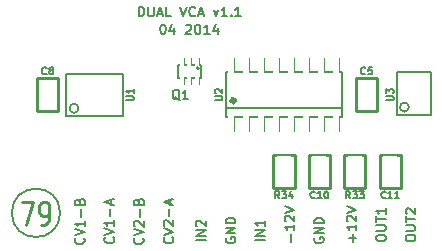
<source format=gto>
%FSLAX34Y34*%
G04 Gerber Fmt 3.4, Leading zero omitted, Abs format*
G04 (created by PCBNEW (2014-02-02 BZR 4653)-product) date 2014-03-31 11:22:45 AM*
%MOIN*%
G01*
G70*
G90*
G04 APERTURE LIST*
%ADD10C,0.005906*%
%ADD11C,0.007874*%
%ADD12C,0.009843*%
%ADD13C,0.006000*%
%ADD14C,0.015000*%
%ADD15C,0.002600*%
%ADD16C,0.008000*%
%ADD17C,0.010000*%
%ADD18R,0.011800X0.051200*%
%ADD19R,0.023600X0.086600*%
%ADD20R,0.045000X0.032000*%
%ADD21R,0.015700X0.031400*%
G04 APERTURE END LIST*
G54D10*
G54D11*
X23248Y-47244D02*
G75*
G03X23248Y-47244I-807J0D01*
G74*
G01*
G54D12*
X21962Y-46871D02*
X22356Y-46871D01*
X22103Y-47659D01*
X22609Y-47659D02*
X22722Y-47659D01*
X22778Y-47621D01*
X22806Y-47584D01*
X22862Y-47471D01*
X22890Y-47321D01*
X22890Y-47021D01*
X22862Y-46946D01*
X22834Y-46909D01*
X22778Y-46871D01*
X22665Y-46871D01*
X22609Y-46909D01*
X22581Y-46946D01*
X22553Y-47021D01*
X22553Y-47209D01*
X22581Y-47284D01*
X22609Y-47321D01*
X22665Y-47359D01*
X22778Y-47359D01*
X22834Y-47321D01*
X22862Y-47284D01*
X22890Y-47209D01*
G54D13*
X31729Y-48078D02*
X31714Y-48108D01*
X31714Y-48154D01*
X31729Y-48200D01*
X31760Y-48230D01*
X31790Y-48246D01*
X31851Y-48261D01*
X31897Y-48261D01*
X31958Y-48246D01*
X31988Y-48230D01*
X32019Y-48200D01*
X32034Y-48154D01*
X32034Y-48124D01*
X32019Y-48078D01*
X32004Y-48063D01*
X31897Y-48063D01*
X31897Y-48124D01*
X32034Y-47926D02*
X31714Y-47926D01*
X32034Y-47743D01*
X31714Y-47743D01*
X32034Y-47590D02*
X31714Y-47590D01*
X31714Y-47514D01*
X31729Y-47468D01*
X31760Y-47438D01*
X31790Y-47423D01*
X31851Y-47407D01*
X31897Y-47407D01*
X31958Y-47423D01*
X31988Y-47438D01*
X32019Y-47468D01*
X32034Y-47514D01*
X32034Y-47590D01*
X28777Y-48078D02*
X28761Y-48108D01*
X28761Y-48154D01*
X28777Y-48200D01*
X28807Y-48230D01*
X28837Y-48246D01*
X28898Y-48261D01*
X28944Y-48261D01*
X29005Y-48246D01*
X29036Y-48230D01*
X29066Y-48200D01*
X29081Y-48154D01*
X29081Y-48124D01*
X29066Y-48078D01*
X29051Y-48063D01*
X28944Y-48063D01*
X28944Y-48124D01*
X29081Y-47926D02*
X28761Y-47926D01*
X29081Y-47743D01*
X28761Y-47743D01*
X29081Y-47590D02*
X28761Y-47590D01*
X28761Y-47514D01*
X28777Y-47468D01*
X28807Y-47438D01*
X28837Y-47423D01*
X28898Y-47407D01*
X28944Y-47407D01*
X29005Y-47423D01*
X29036Y-47438D01*
X29066Y-47468D01*
X29081Y-47514D01*
X29081Y-47590D01*
X30928Y-48201D02*
X30928Y-47957D01*
X31050Y-47637D02*
X31050Y-47820D01*
X31050Y-47729D02*
X30730Y-47729D01*
X30775Y-47759D01*
X30806Y-47790D01*
X30821Y-47820D01*
X30760Y-47515D02*
X30745Y-47500D01*
X30730Y-47470D01*
X30730Y-47393D01*
X30745Y-47363D01*
X30760Y-47348D01*
X30791Y-47333D01*
X30821Y-47333D01*
X30867Y-47348D01*
X31050Y-47531D01*
X31050Y-47333D01*
X30730Y-47241D02*
X31050Y-47134D01*
X30730Y-47028D01*
X32995Y-48201D02*
X32995Y-47957D01*
X33117Y-48079D02*
X32873Y-48079D01*
X33117Y-47637D02*
X33117Y-47820D01*
X33117Y-47729D02*
X32797Y-47729D01*
X32842Y-47759D01*
X32873Y-47790D01*
X32888Y-47820D01*
X32827Y-47515D02*
X32812Y-47500D01*
X32797Y-47470D01*
X32797Y-47393D01*
X32812Y-47363D01*
X32827Y-47348D01*
X32858Y-47333D01*
X32888Y-47333D01*
X32934Y-47348D01*
X33117Y-47531D01*
X33117Y-47333D01*
X32797Y-47241D02*
X33117Y-47134D01*
X32797Y-47028D01*
X33781Y-48110D02*
X33781Y-48049D01*
X33796Y-48018D01*
X33827Y-47988D01*
X33888Y-47973D01*
X33994Y-47973D01*
X34055Y-47988D01*
X34086Y-48018D01*
X34101Y-48049D01*
X34101Y-48110D01*
X34086Y-48140D01*
X34055Y-48171D01*
X33994Y-48186D01*
X33888Y-48186D01*
X33827Y-48171D01*
X33796Y-48140D01*
X33781Y-48110D01*
X33781Y-47835D02*
X34040Y-47835D01*
X34070Y-47820D01*
X34086Y-47805D01*
X34101Y-47774D01*
X34101Y-47713D01*
X34086Y-47683D01*
X34070Y-47668D01*
X34040Y-47653D01*
X33781Y-47653D01*
X33781Y-47546D02*
X33781Y-47363D01*
X34101Y-47454D02*
X33781Y-47454D01*
X34101Y-47089D02*
X34101Y-47272D01*
X34101Y-47180D02*
X33781Y-47180D01*
X33827Y-47211D01*
X33857Y-47241D01*
X33872Y-47272D01*
X34765Y-48110D02*
X34765Y-48049D01*
X34780Y-48018D01*
X34811Y-47988D01*
X34872Y-47973D01*
X34979Y-47973D01*
X35039Y-47988D01*
X35070Y-48018D01*
X35085Y-48049D01*
X35085Y-48110D01*
X35070Y-48140D01*
X35039Y-48171D01*
X34979Y-48186D01*
X34872Y-48186D01*
X34811Y-48171D01*
X34780Y-48140D01*
X34765Y-48110D01*
X34765Y-47835D02*
X35024Y-47835D01*
X35055Y-47820D01*
X35070Y-47805D01*
X35085Y-47774D01*
X35085Y-47713D01*
X35070Y-47683D01*
X35055Y-47668D01*
X35024Y-47653D01*
X34765Y-47653D01*
X34765Y-47546D02*
X34765Y-47363D01*
X35085Y-47454D02*
X34765Y-47454D01*
X34796Y-47272D02*
X34780Y-47256D01*
X34765Y-47226D01*
X34765Y-47150D01*
X34780Y-47119D01*
X34796Y-47104D01*
X34826Y-47089D01*
X34857Y-47089D01*
X34902Y-47104D01*
X35085Y-47287D01*
X35085Y-47089D01*
X30066Y-48154D02*
X29746Y-48154D01*
X30066Y-48002D02*
X29746Y-48002D01*
X30066Y-47819D01*
X29746Y-47819D01*
X30066Y-47499D02*
X30066Y-47682D01*
X30066Y-47590D02*
X29746Y-47590D01*
X29791Y-47621D01*
X29822Y-47651D01*
X29837Y-47682D01*
X28097Y-48154D02*
X27777Y-48154D01*
X28097Y-48002D02*
X27777Y-48002D01*
X28097Y-47819D01*
X27777Y-47819D01*
X27807Y-47682D02*
X27792Y-47667D01*
X27777Y-47636D01*
X27777Y-47560D01*
X27792Y-47529D01*
X27807Y-47514D01*
X27838Y-47499D01*
X27868Y-47499D01*
X27914Y-47514D01*
X28097Y-47697D01*
X28097Y-47499D01*
X26984Y-48065D02*
X26999Y-48080D01*
X27014Y-48126D01*
X27014Y-48156D01*
X26999Y-48202D01*
X26969Y-48232D01*
X26938Y-48247D01*
X26877Y-48263D01*
X26831Y-48263D01*
X26771Y-48247D01*
X26740Y-48232D01*
X26710Y-48202D01*
X26694Y-48156D01*
X26694Y-48126D01*
X26710Y-48080D01*
X26725Y-48065D01*
X26694Y-47973D02*
X27014Y-47866D01*
X26694Y-47760D01*
X26725Y-47668D02*
X26710Y-47653D01*
X26694Y-47623D01*
X26694Y-47546D01*
X26710Y-47516D01*
X26725Y-47501D01*
X26755Y-47486D01*
X26786Y-47486D01*
X26831Y-47501D01*
X27014Y-47684D01*
X27014Y-47486D01*
X26892Y-47348D02*
X26892Y-47105D01*
X26923Y-46967D02*
X26923Y-46815D01*
X27014Y-46998D02*
X26694Y-46891D01*
X27014Y-46785D01*
X26000Y-48087D02*
X26015Y-48103D01*
X26030Y-48148D01*
X26030Y-48179D01*
X26015Y-48225D01*
X25984Y-48255D01*
X25954Y-48270D01*
X25893Y-48286D01*
X25847Y-48286D01*
X25786Y-48270D01*
X25756Y-48255D01*
X25725Y-48225D01*
X25710Y-48179D01*
X25710Y-48148D01*
X25725Y-48103D01*
X25741Y-48087D01*
X25710Y-47996D02*
X26030Y-47889D01*
X25710Y-47783D01*
X25741Y-47691D02*
X25725Y-47676D01*
X25710Y-47646D01*
X25710Y-47569D01*
X25725Y-47539D01*
X25741Y-47524D01*
X25771Y-47508D01*
X25802Y-47508D01*
X25847Y-47524D01*
X26030Y-47706D01*
X26030Y-47508D01*
X25908Y-47371D02*
X25908Y-47127D01*
X25862Y-46868D02*
X25878Y-46823D01*
X25893Y-46807D01*
X25923Y-46792D01*
X25969Y-46792D01*
X26000Y-46807D01*
X26015Y-46823D01*
X26030Y-46853D01*
X26030Y-46975D01*
X25710Y-46975D01*
X25710Y-46868D01*
X25725Y-46838D01*
X25741Y-46823D01*
X25771Y-46807D01*
X25802Y-46807D01*
X25832Y-46823D01*
X25847Y-46838D01*
X25862Y-46868D01*
X25862Y-46975D01*
X25015Y-48065D02*
X25031Y-48080D01*
X25046Y-48126D01*
X25046Y-48156D01*
X25031Y-48202D01*
X25000Y-48232D01*
X24970Y-48247D01*
X24909Y-48263D01*
X24863Y-48263D01*
X24802Y-48247D01*
X24772Y-48232D01*
X24741Y-48202D01*
X24726Y-48156D01*
X24726Y-48126D01*
X24741Y-48080D01*
X24756Y-48065D01*
X24726Y-47973D02*
X25046Y-47866D01*
X24726Y-47760D01*
X25046Y-47486D02*
X25046Y-47668D01*
X25046Y-47577D02*
X24726Y-47577D01*
X24772Y-47607D01*
X24802Y-47638D01*
X24817Y-47668D01*
X24924Y-47348D02*
X24924Y-47105D01*
X24954Y-46967D02*
X24954Y-46815D01*
X25046Y-46998D02*
X24726Y-46891D01*
X25046Y-46785D01*
X24031Y-48087D02*
X24046Y-48103D01*
X24062Y-48148D01*
X24062Y-48179D01*
X24046Y-48225D01*
X24016Y-48255D01*
X23985Y-48270D01*
X23924Y-48286D01*
X23879Y-48286D01*
X23818Y-48270D01*
X23787Y-48255D01*
X23757Y-48225D01*
X23742Y-48179D01*
X23742Y-48148D01*
X23757Y-48103D01*
X23772Y-48087D01*
X23742Y-47996D02*
X24062Y-47889D01*
X23742Y-47783D01*
X24062Y-47508D02*
X24062Y-47691D01*
X24062Y-47600D02*
X23742Y-47600D01*
X23787Y-47630D01*
X23818Y-47661D01*
X23833Y-47691D01*
X23940Y-47371D02*
X23940Y-47127D01*
X23894Y-46868D02*
X23909Y-46823D01*
X23924Y-46807D01*
X23955Y-46792D01*
X24001Y-46792D01*
X24031Y-46807D01*
X24046Y-46823D01*
X24062Y-46853D01*
X24062Y-46975D01*
X23742Y-46975D01*
X23742Y-46868D01*
X23757Y-46838D01*
X23772Y-46823D01*
X23803Y-46807D01*
X23833Y-46807D01*
X23863Y-46823D01*
X23879Y-46838D01*
X23894Y-46868D01*
X23894Y-46975D01*
X26660Y-40966D02*
X26690Y-40966D01*
X26720Y-40981D01*
X26736Y-40996D01*
X26751Y-41027D01*
X26766Y-41088D01*
X26766Y-41164D01*
X26751Y-41225D01*
X26736Y-41256D01*
X26720Y-41271D01*
X26690Y-41286D01*
X26660Y-41286D01*
X26629Y-41271D01*
X26614Y-41256D01*
X26599Y-41225D01*
X26583Y-41164D01*
X26583Y-41088D01*
X26599Y-41027D01*
X26614Y-40996D01*
X26629Y-40981D01*
X26660Y-40966D01*
X27040Y-41073D02*
X27040Y-41286D01*
X26964Y-40951D02*
X26888Y-41179D01*
X27086Y-41179D01*
X27437Y-40996D02*
X27452Y-40981D01*
X27482Y-40966D01*
X27559Y-40966D01*
X27589Y-40981D01*
X27604Y-40996D01*
X27620Y-41027D01*
X27620Y-41057D01*
X27604Y-41103D01*
X27421Y-41286D01*
X27620Y-41286D01*
X27818Y-40966D02*
X27848Y-40966D01*
X27879Y-40981D01*
X27894Y-40996D01*
X27909Y-41027D01*
X27924Y-41088D01*
X27924Y-41164D01*
X27909Y-41225D01*
X27894Y-41256D01*
X27879Y-41271D01*
X27848Y-41286D01*
X27818Y-41286D01*
X27787Y-41271D01*
X27772Y-41256D01*
X27757Y-41225D01*
X27741Y-41164D01*
X27741Y-41088D01*
X27757Y-41027D01*
X27772Y-40996D01*
X27787Y-40981D01*
X27818Y-40966D01*
X28229Y-41286D02*
X28046Y-41286D01*
X28138Y-41286D02*
X28138Y-40966D01*
X28107Y-41012D01*
X28077Y-41042D01*
X28046Y-41057D01*
X28503Y-41073D02*
X28503Y-41286D01*
X28427Y-40951D02*
X28351Y-41179D01*
X28549Y-41179D01*
X25860Y-40695D02*
X25860Y-40375D01*
X25936Y-40375D01*
X25981Y-40391D01*
X26012Y-40421D01*
X26027Y-40452D01*
X26042Y-40513D01*
X26042Y-40558D01*
X26027Y-40619D01*
X26012Y-40650D01*
X25981Y-40680D01*
X25936Y-40695D01*
X25860Y-40695D01*
X26180Y-40375D02*
X26180Y-40634D01*
X26195Y-40665D01*
X26210Y-40680D01*
X26240Y-40695D01*
X26301Y-40695D01*
X26332Y-40680D01*
X26347Y-40665D01*
X26362Y-40634D01*
X26362Y-40375D01*
X26500Y-40604D02*
X26652Y-40604D01*
X26469Y-40695D02*
X26576Y-40375D01*
X26682Y-40695D01*
X26941Y-40695D02*
X26789Y-40695D01*
X26789Y-40375D01*
X27246Y-40375D02*
X27353Y-40695D01*
X27460Y-40375D01*
X27749Y-40665D02*
X27734Y-40680D01*
X27688Y-40695D01*
X27658Y-40695D01*
X27612Y-40680D01*
X27581Y-40650D01*
X27566Y-40619D01*
X27551Y-40558D01*
X27551Y-40513D01*
X27566Y-40452D01*
X27581Y-40421D01*
X27612Y-40391D01*
X27658Y-40375D01*
X27688Y-40375D01*
X27734Y-40391D01*
X27749Y-40406D01*
X27871Y-40604D02*
X28023Y-40604D01*
X27840Y-40695D02*
X27947Y-40375D01*
X28054Y-40695D01*
X28374Y-40482D02*
X28450Y-40695D01*
X28526Y-40482D01*
X28816Y-40695D02*
X28633Y-40695D01*
X28724Y-40695D02*
X28724Y-40375D01*
X28694Y-40421D01*
X28663Y-40452D01*
X28633Y-40467D01*
X28953Y-40665D02*
X28968Y-40680D01*
X28953Y-40695D01*
X28938Y-40680D01*
X28953Y-40665D01*
X28953Y-40695D01*
X29273Y-40695D02*
X29090Y-40695D01*
X29181Y-40695D02*
X29181Y-40375D01*
X29151Y-40421D01*
X29120Y-40452D01*
X29090Y-40467D01*
G54D11*
X34476Y-42559D02*
X35602Y-42559D01*
X35602Y-42559D02*
X35602Y-43976D01*
X35602Y-43976D02*
X34476Y-43976D01*
X34473Y-43967D02*
X34473Y-42567D01*
X34873Y-43717D02*
G75*
G03X34873Y-43717I-150J0D01*
G74*
G01*
G54D14*
X29071Y-43503D02*
G75*
G03X29071Y-43503I-55J0D01*
G74*
G01*
G54D15*
X28862Y-44527D02*
X29055Y-44527D01*
X29055Y-44527D02*
X29055Y-44094D01*
X28862Y-44094D02*
X29055Y-44094D01*
X28862Y-44527D02*
X28862Y-44094D01*
X29362Y-44527D02*
X29555Y-44527D01*
X29555Y-44527D02*
X29555Y-44094D01*
X29362Y-44094D02*
X29555Y-44094D01*
X29362Y-44527D02*
X29362Y-44094D01*
X29862Y-44527D02*
X30055Y-44527D01*
X30055Y-44527D02*
X30055Y-44094D01*
X29862Y-44094D02*
X30055Y-44094D01*
X29862Y-44527D02*
X29862Y-44094D01*
X30362Y-44527D02*
X30555Y-44527D01*
X30555Y-44527D02*
X30555Y-44094D01*
X30362Y-44094D02*
X30555Y-44094D01*
X30362Y-44527D02*
X30362Y-44094D01*
X31361Y-42520D02*
X31554Y-42520D01*
X31554Y-42520D02*
X31554Y-42087D01*
X31361Y-42087D02*
X31554Y-42087D01*
X31361Y-42520D02*
X31361Y-42087D01*
X30861Y-42520D02*
X31054Y-42520D01*
X31054Y-42520D02*
X31054Y-42087D01*
X30861Y-42087D02*
X31054Y-42087D01*
X30861Y-42520D02*
X30861Y-42087D01*
X30362Y-42520D02*
X30555Y-42520D01*
X30555Y-42520D02*
X30555Y-42087D01*
X30362Y-42087D02*
X30555Y-42087D01*
X30362Y-42520D02*
X30362Y-42087D01*
X29862Y-42520D02*
X30055Y-42520D01*
X30055Y-42520D02*
X30055Y-42087D01*
X29862Y-42087D02*
X30055Y-42087D01*
X29862Y-42520D02*
X29862Y-42087D01*
X30861Y-44527D02*
X31054Y-44527D01*
X31054Y-44527D02*
X31054Y-44094D01*
X30861Y-44094D02*
X31054Y-44094D01*
X30861Y-44527D02*
X30861Y-44094D01*
X31361Y-44527D02*
X31554Y-44527D01*
X31554Y-44527D02*
X31554Y-44094D01*
X31361Y-44094D02*
X31554Y-44094D01*
X31361Y-44527D02*
X31361Y-44094D01*
X31861Y-44527D02*
X32054Y-44527D01*
X32054Y-44527D02*
X32054Y-44094D01*
X31861Y-44094D02*
X32054Y-44094D01*
X31861Y-44527D02*
X31861Y-44094D01*
X32361Y-44527D02*
X32554Y-44527D01*
X32554Y-44527D02*
X32554Y-44094D01*
X32361Y-44094D02*
X32554Y-44094D01*
X32361Y-44527D02*
X32361Y-44094D01*
X32361Y-42520D02*
X32554Y-42520D01*
X32554Y-42520D02*
X32554Y-42087D01*
X32361Y-42087D02*
X32554Y-42087D01*
X32361Y-42520D02*
X32361Y-42087D01*
X31861Y-42520D02*
X32054Y-42520D01*
X32054Y-42520D02*
X32054Y-42087D01*
X31861Y-42087D02*
X32054Y-42087D01*
X31861Y-42520D02*
X31861Y-42087D01*
X29362Y-42520D02*
X29555Y-42520D01*
X29555Y-42520D02*
X29555Y-42087D01*
X29362Y-42087D02*
X29555Y-42087D01*
X29362Y-42520D02*
X29362Y-42087D01*
X28862Y-42520D02*
X29055Y-42520D01*
X29055Y-42520D02*
X29055Y-42087D01*
X28862Y-42087D02*
X29055Y-42087D01*
X28862Y-42520D02*
X28862Y-42087D01*
G54D16*
X32652Y-44055D02*
X28764Y-44055D01*
X28764Y-44055D02*
X28764Y-43858D01*
X28764Y-43858D02*
X28764Y-42559D01*
X28764Y-42559D02*
X32652Y-42559D01*
X32652Y-43759D02*
X28764Y-43759D01*
X32652Y-42559D02*
X32652Y-43858D01*
X32652Y-43858D02*
X32652Y-44055D01*
G54D17*
X33110Y-42755D02*
X33110Y-43858D01*
X33110Y-43858D02*
X33818Y-43858D01*
X33818Y-43858D02*
X33818Y-42755D01*
X33818Y-42755D02*
X33110Y-42755D01*
X32244Y-46417D02*
X32244Y-45314D01*
X32244Y-45314D02*
X31535Y-45314D01*
X31535Y-45314D02*
X31535Y-46417D01*
X31535Y-46417D02*
X32244Y-46417D01*
X33897Y-45314D02*
X33897Y-46417D01*
X33897Y-46417D02*
X34606Y-46417D01*
X34606Y-46417D02*
X34606Y-45314D01*
X34606Y-45314D02*
X33897Y-45314D01*
X32716Y-45314D02*
X32716Y-46417D01*
X32716Y-46417D02*
X33425Y-46417D01*
X33425Y-46417D02*
X33425Y-45314D01*
X33425Y-45314D02*
X32716Y-45314D01*
X30354Y-45314D02*
X30354Y-46417D01*
X30354Y-46417D02*
X31062Y-46417D01*
X31062Y-46417D02*
X31062Y-45314D01*
X31062Y-45314D02*
X30354Y-45314D01*
X23188Y-43858D02*
X23188Y-42755D01*
X23188Y-42755D02*
X22480Y-42755D01*
X22480Y-42755D02*
X22480Y-43858D01*
X22480Y-43858D02*
X23188Y-43858D01*
G54D16*
X23459Y-42607D02*
X25359Y-42607D01*
X25359Y-42607D02*
X25359Y-44007D01*
X25359Y-44007D02*
X23459Y-44007D01*
X23459Y-44007D02*
X23459Y-42607D01*
X23859Y-43757D02*
G75*
G03X23859Y-43757I-149J0D01*
G74*
G01*
G54D15*
X27873Y-42086D02*
X27755Y-42086D01*
X27755Y-42086D02*
X27755Y-42283D01*
X27873Y-42283D02*
X27755Y-42283D01*
X27873Y-42086D02*
X27873Y-42283D01*
X27618Y-42086D02*
X27500Y-42086D01*
X27500Y-42086D02*
X27500Y-42283D01*
X27618Y-42283D02*
X27500Y-42283D01*
X27618Y-42086D02*
X27618Y-42283D01*
X27363Y-42086D02*
X27245Y-42086D01*
X27245Y-42086D02*
X27245Y-42283D01*
X27363Y-42283D02*
X27245Y-42283D01*
X27363Y-42086D02*
X27363Y-42283D01*
X27363Y-42755D02*
X27245Y-42755D01*
X27245Y-42755D02*
X27245Y-42952D01*
X27363Y-42952D02*
X27245Y-42952D01*
X27363Y-42755D02*
X27363Y-42952D01*
X27618Y-42755D02*
X27500Y-42755D01*
X27500Y-42755D02*
X27500Y-42952D01*
X27618Y-42952D02*
X27500Y-42952D01*
X27618Y-42755D02*
X27618Y-42952D01*
X27873Y-42755D02*
X27755Y-42755D01*
X27755Y-42755D02*
X27755Y-42952D01*
X27873Y-42952D02*
X27755Y-42952D01*
X27873Y-42755D02*
X27873Y-42952D01*
G54D16*
X27952Y-42735D02*
X27166Y-42735D01*
X27166Y-42735D02*
X27166Y-42303D01*
X27166Y-42303D02*
X27952Y-42303D01*
X27952Y-42303D02*
X27952Y-42735D01*
G54D13*
X27875Y-42421D02*
G75*
G03X27875Y-42421I-41J0D01*
G74*
G01*
X34120Y-43489D02*
X34314Y-43489D01*
X34337Y-43478D01*
X34349Y-43467D01*
X34360Y-43444D01*
X34360Y-43398D01*
X34349Y-43375D01*
X34337Y-43364D01*
X34314Y-43352D01*
X34120Y-43352D01*
X34120Y-43261D02*
X34120Y-43112D01*
X34211Y-43192D01*
X34211Y-43158D01*
X34223Y-43135D01*
X34234Y-43124D01*
X34257Y-43112D01*
X34314Y-43112D01*
X34337Y-43124D01*
X34349Y-43135D01*
X34360Y-43158D01*
X34360Y-43227D01*
X34349Y-43249D01*
X34337Y-43261D01*
X28411Y-43489D02*
X28606Y-43489D01*
X28629Y-43478D01*
X28640Y-43467D01*
X28651Y-43444D01*
X28651Y-43398D01*
X28640Y-43375D01*
X28629Y-43364D01*
X28606Y-43352D01*
X28411Y-43352D01*
X28434Y-43249D02*
X28423Y-43238D01*
X28411Y-43215D01*
X28411Y-43158D01*
X28423Y-43135D01*
X28434Y-43124D01*
X28457Y-43112D01*
X28480Y-43112D01*
X28514Y-43124D01*
X28651Y-43261D01*
X28651Y-43112D01*
X33424Y-42605D02*
X33413Y-42616D01*
X33378Y-42628D01*
X33355Y-42628D01*
X33321Y-42616D01*
X33298Y-42593D01*
X33287Y-42571D01*
X33275Y-42525D01*
X33275Y-42491D01*
X33287Y-42445D01*
X33298Y-42422D01*
X33321Y-42399D01*
X33355Y-42388D01*
X33378Y-42388D01*
X33413Y-42399D01*
X33424Y-42411D01*
X33641Y-42388D02*
X33527Y-42388D01*
X33515Y-42502D01*
X33527Y-42491D01*
X33550Y-42479D01*
X33607Y-42479D01*
X33630Y-42491D01*
X33641Y-42502D01*
X33653Y-42525D01*
X33653Y-42582D01*
X33641Y-42605D01*
X33630Y-42616D01*
X33607Y-42628D01*
X33550Y-42628D01*
X33527Y-42616D01*
X33515Y-42605D01*
X31735Y-46739D02*
X31724Y-46750D01*
X31689Y-46762D01*
X31666Y-46762D01*
X31632Y-46750D01*
X31609Y-46727D01*
X31598Y-46704D01*
X31586Y-46659D01*
X31586Y-46624D01*
X31598Y-46579D01*
X31609Y-46556D01*
X31632Y-46533D01*
X31666Y-46522D01*
X31689Y-46522D01*
X31724Y-46533D01*
X31735Y-46544D01*
X31964Y-46762D02*
X31826Y-46762D01*
X31895Y-46762D02*
X31895Y-46522D01*
X31872Y-46556D01*
X31849Y-46579D01*
X31826Y-46590D01*
X32112Y-46522D02*
X32135Y-46522D01*
X32158Y-46533D01*
X32169Y-46544D01*
X32181Y-46567D01*
X32192Y-46613D01*
X32192Y-46670D01*
X32181Y-46716D01*
X32169Y-46739D01*
X32158Y-46750D01*
X32135Y-46762D01*
X32112Y-46762D01*
X32089Y-46750D01*
X32078Y-46739D01*
X32066Y-46716D01*
X32055Y-46670D01*
X32055Y-46613D01*
X32066Y-46567D01*
X32078Y-46544D01*
X32089Y-46533D01*
X32112Y-46522D01*
X34097Y-46739D02*
X34086Y-46750D01*
X34051Y-46762D01*
X34029Y-46762D01*
X33994Y-46750D01*
X33971Y-46727D01*
X33960Y-46704D01*
X33949Y-46659D01*
X33949Y-46624D01*
X33960Y-46579D01*
X33971Y-46556D01*
X33994Y-46533D01*
X34029Y-46522D01*
X34051Y-46522D01*
X34086Y-46533D01*
X34097Y-46544D01*
X34326Y-46762D02*
X34189Y-46762D01*
X34257Y-46762D02*
X34257Y-46522D01*
X34234Y-46556D01*
X34211Y-46579D01*
X34189Y-46590D01*
X34554Y-46762D02*
X34417Y-46762D01*
X34486Y-46762D02*
X34486Y-46522D01*
X34463Y-46556D01*
X34440Y-46579D01*
X34417Y-46590D01*
X32916Y-46762D02*
X32836Y-46647D01*
X32779Y-46762D02*
X32779Y-46522D01*
X32870Y-46522D01*
X32893Y-46533D01*
X32905Y-46544D01*
X32916Y-46567D01*
X32916Y-46602D01*
X32905Y-46624D01*
X32893Y-46636D01*
X32870Y-46647D01*
X32779Y-46647D01*
X32996Y-46522D02*
X33145Y-46522D01*
X33065Y-46613D01*
X33099Y-46613D01*
X33122Y-46624D01*
X33133Y-46636D01*
X33145Y-46659D01*
X33145Y-46716D01*
X33133Y-46739D01*
X33122Y-46750D01*
X33099Y-46762D01*
X33030Y-46762D01*
X33008Y-46750D01*
X32996Y-46739D01*
X33225Y-46522D02*
X33373Y-46522D01*
X33293Y-46613D01*
X33328Y-46613D01*
X33350Y-46624D01*
X33362Y-46636D01*
X33373Y-46659D01*
X33373Y-46716D01*
X33362Y-46739D01*
X33350Y-46750D01*
X33328Y-46762D01*
X33259Y-46762D01*
X33236Y-46750D01*
X33225Y-46739D01*
X30554Y-46762D02*
X30474Y-46647D01*
X30417Y-46762D02*
X30417Y-46522D01*
X30508Y-46522D01*
X30531Y-46533D01*
X30542Y-46544D01*
X30554Y-46567D01*
X30554Y-46602D01*
X30542Y-46624D01*
X30531Y-46636D01*
X30508Y-46647D01*
X30417Y-46647D01*
X30634Y-46522D02*
X30782Y-46522D01*
X30702Y-46613D01*
X30737Y-46613D01*
X30760Y-46624D01*
X30771Y-46636D01*
X30782Y-46659D01*
X30782Y-46716D01*
X30771Y-46739D01*
X30760Y-46750D01*
X30737Y-46762D01*
X30668Y-46762D01*
X30645Y-46750D01*
X30634Y-46739D01*
X30988Y-46602D02*
X30988Y-46762D01*
X30931Y-46510D02*
X30874Y-46682D01*
X31022Y-46682D01*
X22794Y-42605D02*
X22783Y-42616D01*
X22748Y-42628D01*
X22726Y-42628D01*
X22691Y-42616D01*
X22668Y-42593D01*
X22657Y-42571D01*
X22646Y-42525D01*
X22646Y-42491D01*
X22657Y-42445D01*
X22668Y-42422D01*
X22691Y-42399D01*
X22726Y-42388D01*
X22748Y-42388D01*
X22783Y-42399D01*
X22794Y-42411D01*
X22931Y-42491D02*
X22908Y-42479D01*
X22897Y-42468D01*
X22886Y-42445D01*
X22886Y-42433D01*
X22897Y-42411D01*
X22908Y-42399D01*
X22931Y-42388D01*
X22977Y-42388D01*
X23000Y-42399D01*
X23011Y-42411D01*
X23023Y-42433D01*
X23023Y-42445D01*
X23011Y-42468D01*
X23000Y-42479D01*
X22977Y-42491D01*
X22931Y-42491D01*
X22908Y-42502D01*
X22897Y-42513D01*
X22886Y-42536D01*
X22886Y-42582D01*
X22897Y-42605D01*
X22908Y-42616D01*
X22931Y-42628D01*
X22977Y-42628D01*
X23000Y-42616D01*
X23011Y-42605D01*
X23023Y-42582D01*
X23023Y-42536D01*
X23011Y-42513D01*
X23000Y-42502D01*
X22977Y-42491D01*
X25459Y-43489D02*
X25653Y-43489D01*
X25676Y-43478D01*
X25687Y-43467D01*
X25699Y-43444D01*
X25699Y-43398D01*
X25687Y-43375D01*
X25676Y-43364D01*
X25653Y-43352D01*
X25459Y-43352D01*
X25699Y-43112D02*
X25699Y-43249D01*
X25699Y-43181D02*
X25459Y-43181D01*
X25493Y-43204D01*
X25516Y-43227D01*
X25527Y-43249D01*
X27228Y-43494D02*
X27198Y-43479D01*
X27167Y-43449D01*
X27121Y-43403D01*
X27091Y-43388D01*
X27060Y-43388D01*
X27076Y-43464D02*
X27045Y-43449D01*
X27015Y-43418D01*
X27000Y-43357D01*
X27000Y-43251D01*
X27015Y-43190D01*
X27045Y-43159D01*
X27076Y-43144D01*
X27137Y-43144D01*
X27167Y-43159D01*
X27198Y-43190D01*
X27213Y-43251D01*
X27213Y-43357D01*
X27198Y-43418D01*
X27167Y-43449D01*
X27137Y-43464D01*
X27076Y-43464D01*
X27518Y-43464D02*
X27335Y-43464D01*
X27426Y-43464D02*
X27426Y-43144D01*
X27396Y-43190D01*
X27365Y-43220D01*
X27335Y-43235D01*
%LPC*%
G54D18*
X34663Y-44367D03*
X34913Y-44367D03*
X35173Y-44367D03*
X35423Y-44367D03*
X35423Y-42167D03*
X35168Y-42167D03*
X34913Y-42167D03*
X34658Y-42167D03*
G54D19*
X28958Y-44330D03*
X29458Y-44330D03*
X29958Y-44330D03*
X30458Y-44330D03*
X30958Y-44330D03*
X31458Y-44330D03*
X31958Y-44330D03*
X32458Y-44330D03*
X32458Y-42284D03*
X31958Y-42284D03*
X31458Y-42284D03*
X30958Y-42284D03*
X30458Y-42284D03*
X29958Y-42284D03*
X29458Y-42284D03*
X28958Y-42284D03*
G54D20*
X33464Y-42972D03*
X33464Y-43642D03*
X31889Y-46201D03*
X31889Y-45531D03*
X34251Y-45531D03*
X34251Y-46201D03*
X33070Y-45531D03*
X33070Y-46201D03*
X30708Y-45531D03*
X30708Y-46201D03*
X22834Y-43642D03*
X22834Y-42972D03*
G54D18*
X23649Y-44407D03*
X23899Y-44407D03*
X24159Y-44407D03*
X24409Y-44407D03*
X24669Y-44407D03*
X24924Y-44407D03*
X25179Y-44407D03*
X25179Y-42207D03*
X24924Y-42207D03*
X24669Y-42207D03*
X24409Y-42207D03*
X24154Y-42207D03*
X23899Y-42207D03*
X23644Y-42207D03*
G54D21*
X27814Y-42205D03*
X27559Y-42205D03*
X27304Y-42205D03*
X27304Y-42833D03*
X27559Y-42833D03*
X27814Y-42833D03*
M02*

</source>
